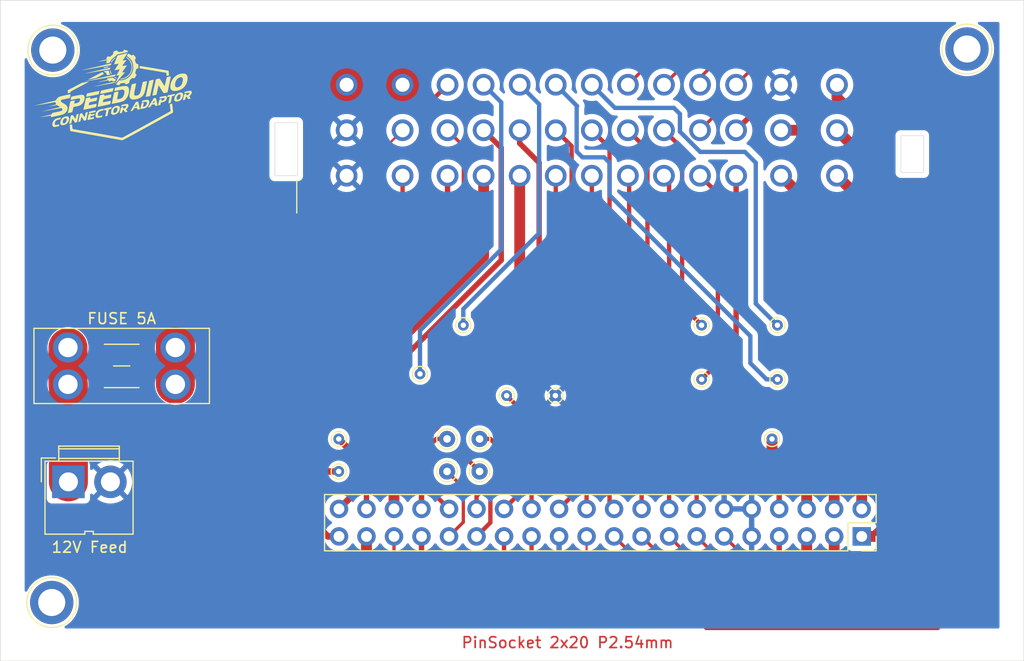
<source format=kicad_pcb>
(kicad_pcb (version 20240108) (generator "pcbnew") (generator_version "8.0")
  (layers (0 "F.Cu" signal) (31 "B.Cu" signal) (34 "B.Paste" user) (35 "F.Paste" user) (36 "B.SilkS" user "B.Silkscreen") (37 "F.SilkS" user "F.Silkscreen") (38 "B.Mask" user) (39 "F.Mask" user) (44 "Edge.Cuts" user))
  (net 0 "")
  (net 1 "VR+")
  (net 2 "VR-")
  (net 3 "INJ1")
  (net 4 "INJ2")
  (net 5 "INJ3")
  (net 6 "INJ5")
  (net 7 "INJ4")
  (net 8 "AFR")
  (net 9 "TPS")
  (net 10 "CLT")
  (net 11 "IAT")
  (net 12 "IGN3")
  (net 13 "IGN2")
  (net 14 "BOOST")
  (net 15 "IAC-")
  (net 16 "IAC+")
  (net 17 "IGN4")
  (net 18 "IGN1")
  (net 19 "IGN5")
  (net 20 "MAP")
  (net 21 "GND")
  (net 22 "5V+")
  (net 23 "FLEX")
  (net 24 "FAN")
  (net 25 "FUEL")
  (net 26 "TACHO")
  (net 27 "CLUTCH")
  (net 28 "ST2B")
  (net 29 "ST1A")
  (net 30 "ST2A")
  (net 31 "ST1B")
  (net 32 "CAM-")
  (net 33 "CAM+")
  (net 34 "INJ4/2")
  (net 35 "INJ1/2")
  (net 36 "INJ2/2")
  (net 37 "SPARE")
  (net 38 "12V+")
  (footprint "TestPoint:TestPoint_THTPad_D1.0mm_Drill0.5mm" (layer "F.Cu") (at 121.5 99)
    (property "Reference" "REF**" (hide yes))
    (property "Value" "TestPoint_THTPad_D1.0mm_Drill0.5mm" (hide yes))
    (fp_text user "INJ1" (at -18.3 13.2 0) (layer "F.Cu"))
    (pad "1" thru_hole circle (at 0 0) (size 1 1) (drill 0.5) (layers "*.Cu" "*.Mask") (net 35 "INJ1/2"))
  )
  (footprint "TestPoint:TestPoint_THTPad_D1.0mm_Drill0.5mm" (layer "F.Cu") (at 162 93.5)
    (property "Reference" "REF**" (hide yes))
    (property "Value" "TestPoint_THTPad_D1.0mm_Drill0.5mm" (hide yes))
    (pad "1" thru_hole circle (at 0 0) (size 1 1) (drill 0.5) (layers "*.Cu" "*.Mask") (net 37 "SPARE"))
  )
  (footprint "TestPoint:TestPoint_Loop_D3.80mm_Drill2.5mm" (layer "F.Cu") (at 95 114.1)
    (property "Reference" "REF**" (hide yes))
    (property "Value" "TestPoint_Loop_D3.80mm_Drill2.5mm" (hide yes))
    (pad "1" thru_hole circle (at 0 0) (size 4 4) (drill 2.5) (layers "*.Cu" "*.Mask"))
  )
  (footprint "Connector_PinSocket_2.54mm:PinSocket_2x20_P2.54mm_Vertical" (layer "F.Cu") (at 169.78 108 -90)
    (property "Reference" "REF**" (hide yes))
    (property "Value" "PinSocket 2x20 P2.54mm " (at 9.8 26.78 0) (layer "F.Cu"))
    (pad "1" thru_hole rect (at 0 0 270) (size 1.7 1.7) (drill 1) (layers "*.Cu" "*.Mask") (net 3 "INJ1"))
    (pad "2" thru_hole oval (at -2.54 0 270) (size 1.7 1.7) (drill 1) (layers "*.Cu" "*.Mask") (net 4 "INJ2"))
    (pad "3" thru_hole oval (at 0 2.54 270) (size 1.7 1.7) (drill 1) (layers "*.Cu" "*.Mask") (net 5 "INJ3"))
    (pad "4" thru_hole oval (at -2.54 2.54 270) (size 1.7 1.7) (drill 1) (layers "*.Cu" "*.Mask") (net 6 "INJ5"))
    (pad "5" thru_hole oval (at 0 5.08 270) (size 1.7 1.7) (drill 1) (layers "*.Cu" "*.Mask") (net 7 "INJ4"))
    (pad "6" thru_hole oval (at -2.54 5.08 270) (size 1.7 1.7) (drill 1) (layers "*.Cu" "*.Mask") (net 34 "INJ4/2"))
    (pad "7" thru_hole oval (at 0 7.62 270) (size 1.7 1.7) (drill 1) (layers "*.Cu" "*.Mask") (net 18 "IGN1"))
    (pad "8" thru_hole oval (at -2.54 7.62 270) (size 1.7 1.7) (drill 1) (layers "*.Cu" "*.Mask") (net 12 "IGN3"))
    (pad "9" thru_hole oval (at 0 10.16 270) (size 1.7 1.7) (drill 1) (layers "*.Cu" "*.Mask") (net 21 "GND"))
    (pad "10" thru_hole oval (at -2.54 10.16 270) (size 1.7 1.7) (drill 1) (layers "*.Cu" "*.Mask") (net 21 "GND"))
    (pad "11" thru_hole oval (at 0 12.7 270) (size 1.7 1.7) (drill 1) (layers "*.Cu" "*.Mask") (net 20 "MAP"))
    (pad "12" thru_hole oval (at -2.54 12.7 270) (size 1.7 1.7) (drill 1) (layers "*.Cu" "*.Mask") (net 21 "GND"))
    (pad "13" thru_hole oval (at 0 15.24 270) (size 1.7 1.7) (drill 1) (layers "*.Cu" "*.Mask") (net 22 "5V+"))
    (pad "14" thru_hole oval (at -2.54 15.24 270) (size 1.7 1.7) (drill 1) (layers "*.Cu" "*.Mask") (net 23 "FLEX"))
    (pad "15" thru_hole oval (at 0 17.78 270) (size 1.7 1.7) (drill 1) (layers "*.Cu" "*.Mask") (net 24 "FAN"))
    (pad "16" thru_hole oval (at -2.54 17.78 270) (size 1.7 1.7) (drill 1) (layers "*.Cu" "*.Mask") (net 25 "FUEL"))
    (pad "17" thru_hole oval (at 0 20.32 270) (size 1.7 1.7) (drill 1) (layers "*.Cu" "*.Mask") (net 26 "TACHO"))
    (pad "18" thru_hole oval (at -2.54 20.32 270) (size 1.7 1.7) (drill 1) (layers "*.Cu" "*.Mask") (net 27 "CLUTCH"))
    (pad "19" thru_hole oval (at 0 22.86 270) (size 1.7 1.7) (drill 1) (layers "*.Cu" "*.Mask") (net 10 "CLT"))
    (pad "20" thru_hole oval (at -2.54 22.86 270) (size 1.7 1.7) (drill 1) (layers "*.Cu" "*.Mask") (net 11 "IAT"))
    (pad "21" thru_hole oval (at 0 25.4 270) (size 1.7 1.7) (drill 1) (layers "*.Cu" "*.Mask") (net 8 "AFR"))
    (pad "22" thru_hole oval (at -2.54 25.4 270) (size 1.7 1.7) (drill 1) (layers "*.Cu" "*.Mask") (net 9 "TPS"))
    (pad "23" thru_hole oval (at 0 27.94 270) (size 1.7 1.7) (drill 1) (layers "*.Cu" "*.Mask") (net 21 "GND"))
    (pad "24" thru_hole oval (at -2.54 27.94 270) (size 1.7 1.7) (drill 1) (layers "*.Cu" "*.Mask") (net 33 "CAM+"))
    (pad "25" thru_hole oval (at 0 30.48 270) (size 1.7 1.7) (drill 1) (layers "*.Cu" "*.Mask") (net 1 "VR+"))
    (pad "26" thru_hole oval (at -2.54 30.48 270) (size 1.7 1.7) (drill 1) (layers "*.Cu" "*.Mask") (net 32 "CAM-"))
    (pad "27" thru_hole oval (at 0 33.02 270) (size 1.7 1.7) (drill 1) (layers "*.Cu" "*.Mask") (net 2 "VR-"))
    (pad "28" thru_hole oval (at -2.54 33.02 270) (size 1.7 1.7) (drill 1) (layers "*.Cu" "*.Mask") (net 22 "5V+"))
    (pad "29" thru_hole oval (at 0 35.56 270) (size 1.7 1.7) (drill 1) (layers "*.Cu" "*.Mask") (net 28 "ST2B"))
    (pad "30" thru_hole oval (at -2.54 35.56 270) (size 1.7 1.7) (drill 1) (layers "*.Cu" "*.Mask") (net 30 "ST2A"))
    (pad "31" thru_hole oval (at 0 38.1 270) (size 1.7 1.7) (drill 1) (layers "*.Cu" "*.Mask") (net 29 "ST1A"))
    (pad "32" thru_hole oval (at -2.54 38.1 270) (size 1.7 1.7) (drill 1) (layers "*.Cu" "*.Mask") (net 31 "ST1B"))
    (pad "33" thru_hole oval (at 0 40.64 270) (size 1.7 1.7) (drill 1) (layers "*.Cu" "*.Mask") (net 19 "IGN5"))
    (pad "34" thru_hole oval (at -2.54 40.64 270) (size 1.7 1.7) (drill 1) (layers "*.Cu" "*.Mask") (net 13 "IGN2"))
    (pad "35" thru_hole oval (at 0 43.18 270) (size 1.7 1.7) (drill 1) (layers "*.Cu" "*.Mask") (net 14 "BOOST"))
    (pad "36" thru_hole oval (at -2.54 43.18 270) (size 1.7 1.7) (drill 1) (layers "*.Cu" "*.Mask") (net 15 "IAC-"))
    (pad "37" thru_hole oval (at 0 45.72 270) (size 1.7 1.7) (drill 1) (layers "*.Cu" "*.Mask") (net 16 "IAC+"))
    (pad "38" thru_hole oval (at -2.54 45.72 270) (size 1.7 1.7) (drill 1) (layers "*.Cu" "*.Mask") (net 17 "IGN4"))
    (pad "39" thru_hole oval (at 0 48.26 270) (size 1.7 1.7) (drill 1) (layers "*.Cu" "*.Mask") (net 36 "INJ2/2"))
    (pad "40" thru_hole oval (at -2.54 48.26 270) (size 1.7 1.7) (drill 1) (layers "*.Cu" "*.Mask") (net 35 "INJ1/2"))
  )
  (footprint "TestPoint:TestPoint_Loop_D3.80mm_Drill2.5mm" (layer "F.Cu") (at 179.5 63)
    (property "Reference" "REF**" (hide yes))
    (property "Value" "TestPoint_Loop_D3.80mm_Drill2.5mm" (hide yes))
    (pad "1" thru_hole circle (at 0 0) (size 4 4) (drill 2.5) (layers "*.Cu" "*.Mask"))
  )
  (footprint "TestPoint:TestPoint_THTPad_D1.0mm_Drill0.5mm" (layer "F.Cu") (at 155 93.5)
    (property "Reference" "REF**" (hide yes))
    (property "Value" "TestPoint_THTPad_D1.0mm_Drill0.5mm" (hide yes))
    (fp_text user "C2" (at -1.4 1.7 0) (layer "F.Cu"))
    (pad "1" thru_hole circle (at 0 0) (size 1 1) (drill 0.5) (layers "*.Cu" "*.Mask") (net 37 "SPARE"))
  )
  (footprint "TestPoint:TestPoint_THTPad_D1.0mm_Drill0.5mm" (layer "F.Cu") (at 141.5 95)
    (property "Reference" "REF**" (hide yes))
    (property "Value" "TestPoint_THTPad_D1.0mm_Drill0.5mm" (hide yes))
    (fp_text user "GND" (at 0 -3 -90) (layer "F.Cu"))
    (pad "1" thru_hole circle (at 0 0) (size 1 1) (drill 0.5) (layers "*.Cu" "*.Mask") (net 21 "GND"))
  )
  (footprint "TestPoint:TestPoint_THTPad_D1.0mm_Drill0.5mm" (layer "F.Cu") (at 155 88.5)
    (property "Reference" "REF**" (hide yes))
    (property "Value" "TestPoint_THTPad_D1.0mm_Drill0.5mm" (hide yes))
    (fp_text user "B5" (at -1.6 1.8 0) (layer "F.Cu"))
    (pad "1" thru_hole circle (at 0 0) (size 1 1) (drill 0.5) (layers "*.Cu" "*.Mask") (net 37 "SPARE"))
  )
  (footprint "TestPoint:TestPoint_THTPad_D1.5mm_Drill0.7mm" (layer "F.Cu") (at 131.5 102)
    (property "Reference" "REF**" (hide yes))
    (property "Value" "TestPoint_THTPad_D1.5mm_Drill0.7mm" (hide yes))
    (pad "1" thru_hole circle (at 0 0) (size 1.5 1.5) (drill 0.7) (layers "*.Cu" "*.Mask") (net 29 "ST1A"))
  )
  (footprint "TestPoint:TestPoint_THTPad_D1.0mm_Drill0.5mm" (layer "F.Cu") (at 137 95)
    (property "Reference" "REF**" (hide yes))
    (property "Value" "TestPoint_THTPad_D1.0mm_Drill0.5mm" (hide yes))
    (fp_text user "5V" (at 0.7 -1.8 0) (layer "F.Cu"))
    (pad "1" thru_hole circle (at 0 0) (size 1 1) (drill 0.5) (layers "*.Cu" "*.Mask") (net 22 "5V+"))
  )
  (footprint "TestPoint:TestPoint_THTPad_D1.0mm_Drill0.5mm" (layer "F.Cu") (at 161.5 99)
    (property "Reference" "REF**" (hide yes))
    (property "Value" "TestPoint_THTPad_D1.0mm_Drill0.5mm" (hide yes))
    (fp_text user "INJ4" (at 0 -2.1 0) (layer "F.Cu"))
    (pad "1" thru_hole circle (at 0 0) (size 1 1) (drill 0.5) (layers "*.Cu" "*.Mask") (net 34 "INJ4/2"))
  )
  (footprint "Fuse:Fuseholder_Blade_Mini_Keystone_3568" (layer "F.Cu") (at 96.5 90.56)
    (property "Reference" "FUSE 5A" (at 4.96 -2.67 0) (layer "F.SilkS"))
    (property "Value" "Mini Blade 3568" (at 14.4 1.14 90) (layer "F.Cu"))
    (pad "1" thru_hole circle (at 0 0) (size 2.78 2.78) (drill 1.78) (layers "*.Cu" "*.Mask") (net 38 "12V+"))
    (pad "1" thru_hole circle (at 0 3.4) (size 2.78 2.78) (drill 1.78) (layers "*.Cu" "*.Mask") (net 38 "12V+"))
    (pad "2" thru_hole circle (at 9.92 0) (size 2.78 2.78) (drill 1.78) (layers "*.Cu" "*.Mask") (net 38 "12V+"))
    (pad "2" thru_hole circle (at 9.92 3.4) (size 2.78 2.78) (drill 1.78) (layers "*.Cu" "*.Mask") (net 38 "12V+"))
  )
  (footprint "TestPoint:TestPoint_THTPad_D1.5mm_Drill0.7mm" (layer "F.Cu") (at 131.5 99)
    (property "Reference" "REF**" (hide yes))
    (property "Value" "TestPoint_THTPad_D1.5mm_Drill0.7mm" (hide yes))
    (pad "1" thru_hole circle (at 0 0) (size 1.5 1.5) (drill 0.7) (layers "*.Cu" "*.Mask") (net 31 "ST1B"))
  )
  (footprint "TestPoint:TestPoint_THTPad_D1.5mm_Drill0.7mm" (layer "F.Cu") (at 134.5 102)
    (property "Reference" "REF**" (hide yes))
    (property "Value" "TestPoint_THTPad_D1.5mm_Drill0.7mm" (hide yes))
    (pad "1" thru_hole circle (at 0 0) (size 1.5 1.5) (drill 0.7) (layers "*.Cu" "*.Mask") (net 28 "ST2B"))
  )
  (footprint "TestPoint:TestPoint_THTPad_D1.0mm_Drill0.5mm" (layer "F.Cu") (at 133 88.5)
    (property "Reference" "REF**" (hide yes))
    (property "Value" "TestPoint_THTPad_D1.0mm_Drill0.5mm" (hide yes))
    (fp_text user "A9" (at 2.7 -1.4 0) (layer "F.Cu"))
    (pad "1" thru_hole circle (at 0 0) (size 1 1) (drill 0.5) (layers "*.Cu" "*.Mask") (net 37 "SPARE"))
  )
  (footprint "TestPoint:TestPoint_Loop_D3.80mm_Drill2.5mm" (layer "F.Cu") (at 95.1 63.1)
    (property "Reference" "REF**" (hide yes))
    (property "Value" "TestPoint_Loop_D3.80mm_Drill2.5mm" (hide yes))
    (pad "1" thru_hole circle (at 0 0) (size 4 4) (drill 2.5) (layers "*.Cu" "*.Mask"))
  )
  (footprint "TestPoint:TestPoint_THTPad_D1.0mm_Drill0.5mm" (layer "F.Cu") (at 129 93)
    (property "Reference" "REF**" (hide yes))
    (property "Value" "TestPoint_THTPad_D1.0mm_Drill0.5mm" (hide yes))
    (fp_text user "A10" (at 2.4 -1.1 0) (layer "F.Cu"))
    (pad "1" thru_hole circle (at 0 0) (size 1 1) (drill 0.5) (layers "*.Cu" "*.Mask") (net 37 "SPARE"))
  )
  (footprint "Custom_Library:Delphi_Sicma_39_Black" (layer "F.Cu") (at 154.009 82.2)
    (property "Reference" "REF**" (hide yes))
    (property "Value" "Delphi 39 pin SICMA / FCI" (at -21.609 -19.5 0) (layer "F.Cu"))
    (pad "A1" thru_hole circle (at 13.491 -15.9) (size 2 2) (drill 1.3) (layers "*.Cu" "*.Mask") (net 7 "INJ4"))
    (pad "A2" thru_hole circle (at 8.325 -15.9) (size 2 2) (drill 1.3) (layers "*.Cu" "*.Mask") (net 21 "GND"))
    (pad "A3" thru_hole circle (at 4.175 -15.9) (size 2 2) (drill 1.3) (layers "*.Cu" "*.Mask") (net 20 "MAP"))
    (pad "A4" thru_hole circle (at 0.845 -15.9) (size 2 2) (drill 1.3) (layers "*.Cu" "*.Mask") (net 24 "FAN"))
    (pad "A5" thru_hole circle (at -2.485 -15.9) (size 2 2) (drill 1.3) (layers "*.Cu" "*.Mask") (net 26 "TACHO"))
    (pad "A6" thru_hole circle (at -5.815 -15.9) (size 2 2) (drill 1.3) (layers "*.Cu" "*.Mask") (net 10 "CLT"))
    (pad "A7" thru_hole circle (at -9.145 -15.9) (size 2 2) (drill 1.3) (layers "*.Cu" "*.Mask") (net 37 "SPARE"))
    (pad "A8" thru_hole circle (at -12.475 -15.9) (size 2 2) (drill 1.3) (layers "*.Cu" "*.Mask") (net 37 "SPARE"))
    (pad "A9" thru_hole circle (at -15.805 -15.9) (size 2 2) (drill 1.3) (layers "*.Cu" "*.Mask") (net 37 "SPARE"))
    (pad "A10" thru_hole circle (at -19.135 -15.9) (size 2 2) (drill 1.3) (layers "*.Cu" "*.Mask") (net 37 "SPARE"))
    (pad "A11" thru_hole circle (at -22.465 -15.9) (size 2 2) (drill 1.3) (layers "*.Cu" "*.Mask") (net 2 "VR-"))
    (pad "A12" thru_hole circle (at -26.615 -15.9) (size 2 2) (drill 1.3) (layers "*.Cu" "*.Mask") (net 38 "12V+"))
    (pad "A13" thru_hole circle (at -31.781 -15.9) (size 2 2) (drill 1.3) (layers "*.Cu" "*.Mask") (net 38 "12V+"))
    (pad "B1" thru_hole circle (at 13.491 -11.7) (size 2 2) (drill 1.3) (layers "*.Cu" "*.Mask") (net 5 "INJ3"))
    (pad "B2" thru_hole circle (at 8.325 -11.7) (size 2 2) (drill 1.3) (layers "*.Cu" "*.Mask") (net 4 "INJ2"))
    (pad "B3" thru_hole circle (at 4.175 -11.7) (size 2 2) (drill 1.3) (layers "*.Cu" "*.Mask") (net 18 "IGN1"))
    (pad "B4" thru_hole circle (at 0.845 -11.7) (size 2 2) (drill 1.3) (layers "*.Cu" "*.Mask") (net 22 "5V+"))
    (pad "B5" thru_hole circle (at -2.485 -11.7) (size 2 2) (drill 1.3) (layers "*.Cu" "*.Mask") (net 37 "SPARE"))
    (pad "B6" thru_hole circle (at -5.815 -11.7) (size 2 2) (drill 1.3) (layers "*.Cu" "*.Mask") (net 25 "FUEL"))
    (pad "B7" thru_hole circle (at -9.145 -11.7) (size 2 2) (drill 1.3) (layers "*.Cu" "*.Mask") (net 11 "IAT"))
    (pad "B8" thru_hole circle (at -12.475 -11.7) (size 2 2) (drill 1.3) (layers "*.Cu" "*.Mask") (net 33 "CAM+"))
    (pad "B9" thru_hole circle (at -15.805 -11.7) (size 2 2) (drill 1.3) (layers "*.Cu" "*.Mask") (net 13 "IGN2"))
    (pad "B10" thru_hole circle (at -19.135 -11.7) (size 2 2) (drill 1.3) (layers "*.Cu" "*.Mask") (net 17 "IGN4"))
    (pad "B11" thru_hole circle (at -22.465 -11.7) (size 2 2) (drill 1.3) (layers "*.Cu" "*.Mask") (net 14 "BOOST"))
    (pad "B12" thru_hole circle (at -26.615 -11.7) (size 2 2) (drill 1.3) (layers "*.Cu" "*.Mask") (net 8 "AFR"))
    (pad "B13" thru_hole circle (at -31.781 -11.7) (size 2 2) (drill 1.3) (layers "*.Cu" "*.Mask") (net 21 "GND"))
    (pad "C1" thru_hole circle (at 13.491 -7.5) (size 2 2) (drill 1.3) (layers "*.Cu" "*.Mask") (net 3 "INJ1"))
    (pad "C2" thru_hole circle (at 8.325 -7.5) (size 2 2) (drill 1.3) (layers "*.Cu" "*.Mask") (net 6 "INJ5"))
    (pad "C3" thru_hole circle (at 4.175 -7.5) (size 2 2) (drill 1.3) (layers "*.Cu" "*.Mask") (net 12 "IGN3"))
    (pad "C4" thru_hole circle (at 0.845 -7.5) (size 2 2) (drill 1.3) (layers "*.Cu" "*.Mask") (net 37 "SPARE"))
    (pad "C5" thru_hole circle (at -2.485 -7.5) (size 2 2) (drill 1.3) (layers "*.Cu" "*.Mask") (net 23 "FLEX"))
    (pad "C6" thru_hole circle (at -5.815 -7.5) (size 2 2) (drill 1.3) (layers "*.Cu" "*.Mask") (net 27 "CLUTCH"))
    (pad "C7" thru_hole circle (at -9.145 -7.5) (size 2 2) (drill 1.3) (layers "*.Cu" "*.Mask") (net 9 "TPS"))
    (pad "C8" thru_hole circle (at -12.475 -7.5) (size 2 2) (drill 1.3) (layers "*.Cu" "*.Mask") (net 32 "CAM-"))
    (pad "C9" thru_hole circle (at -15.805 -7.5) (size 2 2) (drill 1.3) (layers "*.Cu" "*.Mask") (net 15 "IAC-"))
    (pad "C10" thru_hole circle (at -19.135 -7.5) (size 2 2) (drill 1.3) (layers "*.Cu" "*.Mask") (net 16 "IAC+"))
    (pad "C11" thru_hole circle (at -22.465 -7.5) (size 2 2) (drill 1.3) (layers "*.Cu" "*.Mask") (net 19 "IGN5"))
    (pad "C12" thru_hole circle (at -26.615 -7.5) (size 2 2) (drill 1.3) (layers "*.Cu" "*.Mask") (net 1 "VR+"))
    (pad "C13" thru_hole circle (at -31.781 -7.5) (size 2 2) (drill 1.3) (layers "*.Cu" "*.Mask") (net 21 "GND"))
  )
  (footprint "TestPoint:TestPoint_THTPad_D1.0mm_Drill0.5mm" (layer "F.Cu") (at 162 88.5)
    (property "Reference" "REF**" (hide yes))
    (property "Value" "TestPoint_THTPad_D1.0mm_Drill0.5mm" (hide yes))
    (pad "1" thru_hole circle (at 0 0) (size 1 1) (drill 0.5) (layers "*.Cu" "*.Mask") (net 37 "SPARE"))
  )
  (footprint "Custom_Library:logo_sml" (layer "F.Cu") (at 100.6 67.2)
    (property "Reference" "G***" (hide yes))
    (property "Value" "LOGO" (hide yes))
  )
  (footprint "TestPoint:TestPoint_THTPad_D1.5mm_Drill0.7mm" (layer "F.Cu") (at 134.5 99)
    (property "Reference" "REF**" (hide yes))
    (property "Value" "TestPoint_THTPad_D1.5mm_Drill0.7mm" (hide yes))
    (pad "1" thru_hole circle (at 0 0) (size 1.5 1.5) (drill 0.7) (layers "*.Cu" "*.Mask") (net 30 "ST2A"))
  )
  (footprint "TestPoint:TestPoint_THTPad_D1.0mm_Drill0.5mm" (layer "F.Cu") (at 121.5 102)
    (property "Reference" "REF**" (hide yes))
    (property "Value" "TestPoint_THTPad_D1.0mm_Drill0.5mm" (hide yes))
    (fp_text user "INJ2" (at -18.4 13.1 0) (layer "F.Cu"))
    (pad "1" thru_hole circle (at 0 0) (size 1 1) (drill 0.5) (layers "*.Cu" "*.Mask") (net 36 "INJ2/2"))
  )
  (footprint "Connector:JWT_A3963_1x02_P3.96mm_Vertical" (layer "F.Cu") (at 96.54 102.96)
    (property "Reference" "12V Feed" (at 1.96 6.04 0) (layer "F.SilkS"))
    (property "Value" "12v FEED" (hide yes))
    (pad "1" thru_hole rect (at 0 0) (size 3 3) (drill 1.75) (layers "*.Cu" "*.Mask") (net 38 "12V+"))
    (pad "2" thru_hole circle (at 3.88 0) (size 3 3) (drill 1.75) (layers "*.Cu" "*.Mask") (net 21 "GND"))
  )
  (gr_line (start 107.8 110.3) (end 107.8 110.7) (stroke (width 0.2)) (layer "F.Cu"))
  (gr_line (start 111.3 101.3) (end 110.5 100.8) (stroke (width 0.2)) (layer "F.Cu"))
  (gr_line (start 111.3 101.3) (end 110.6 101.8) (stroke (width 0.2)) (layer "F.Cu"))
  (gr_line (start 113.3 110.8) (end 113.3 111.6) (stroke (width 0.2)) (layer "F.Cu"))
  (gr_line (start 101.1 110.8) (end 113.3 110.8) (stroke (width 0.2)) (layer "F.Cu"))
  (gr_line (start 101.1 112.1) (end 101.1 110.8) (stroke (width 0.2)) (layer "F.Cu"))
  (gr_line (start 107.8 101.3) (end 111.3 101.3) (stroke (width 0.2)) (layer "F.Cu"))
  (gr_line (start 107.8 110.3) (end 107.8 101.3) (stroke (width 0.2)) (layer "F.Cu"))
  (gr_rect (start 115.6 69.8) (end 117.7 74.7) (stroke (width 0.05)) (fill none) (layer "Edge.Cuts"))
  (gr_rect (start 173.4 71) (end 175.5 74.4) (stroke (width 0.05)) (fill none) (layer "Edge.Cuts"))
  (gr_rect (start 90.25 58.5) (end 184.75 119.5) (stroke (width 0.05)) (fill none) (layer "Edge.Cuts"))
  (gr_text "12V+" (at 93.5 107 0) (layer "F.Cu") (effects (font (size 1.5 1.5) (thickness 0.3) (bold yes)) (justify left bottom)))
  (gr_text " A8" (at 161.8 91.3 0) (layer "F.Cu") (effects (font (size 1 1))))
  (gr_text " A7\n" (at 162.3 86.3 0) (layer "F.Cu") (effects (font (size 1 1))))
  (gr_text "GND\n" (at 99.9 107 0) (layer "F.Cu") (effects (font (size 1.5 1.5) (thickness 0.3) (bold yes)) (justify left bottom)))
  (gr_text "1B 2A\n1A 2B\n" (at 106.2 113.8 0) (layer "F.Cu") (effects (font (size 1.5 1.5) (thickness 0.3) (bold yes)) (justify left)))
  (segment (start 136.5 114.5) (end 119 114.5) (width 0.4) (layer "F.Cu") (net 1))
  (segment (start 119 114.5) (end 113.5 109) (width 0.4) (layer "F.Cu") (net 1))
  (segment (start 139.3 108) (end 139.3 111.7) (width 0.4) (layer "F.Cu") (net 1))
  (segment (start 139.3 111.7) (end 136.5 114.5) (width 0.4) (layer "F.Cu") (net 1))
  (segment (start 113.5 109) (end 113.5 97) (width 0.4) (layer "F.Cu") (net 1))
  (segment (start 113.5 97) (end 127.394 83.106) (width 0.4) (layer "F.Cu") (net 1))
  (segment (start 127.394 83.106) (end 127.394 74.7) (width 0.4) (layer "F.Cu") (net 1))
  (segment (start 115 109) (end 119.5 113.5) (width 0.4) (layer "F.Cu") (net 2))
  (segment (start 136.76 112.24) (end 136.76 108) (width 0.4) (layer "F.Cu") (net 2))
  (segment (start 135.52 113.5) (end 135.52 113.48) (width 0.4) (layer "F.Cu") (net 2))
  (segment (start 135.52 113.48) (end 136.76 112.24) (width 0.4) (layer "F.Cu") (net 2))
  (segment (start 115 97.5) (end 115 109) (width 0.4) (layer "F.Cu") (net 2))
  (segment (start 131.544 66.3) (end 129.5 68.344) (width 0.4) (layer "F.Cu") (net 2))
  (segment (start 129.5 68.344) (end 129.5 83) (width 0.4) (layer "F.Cu") (net 2))
  (segment (start 119.5 113.5) (end 135.52 113.5) (width 0.4) (layer "F.Cu") (net 2))
  (segment (start 129.5 83) (end 115 97.5) (width 0.4) (layer "F.Cu") (net 2))
  (segment (start 171 108) (end 172.5 106.5) (width 1) (layer "F.Cu") (net 3))
  (segment (start 169 76.2) (end 167.5 74.7) (width 1) (layer "F.Cu") (net 3))
  (segment (start 169 100.197056) (end 169 76.2) (width 1) (layer "F.Cu") (net 3))
  (segment (start 172.5 103.697056) (end 169 100.197056) (width 1) (layer "F.Cu") (net 3))
  (segment (start 172.5 106.5) (end 172.5 103.697056) (width 1) (layer "F.Cu") (net 3))
  (segment (start 169.78 108) (end 171 108) (width 1) (layer "F.Cu") (net 3))
  (segment (start 164.5 71) (end 164 70.5) (width 1) (layer "F.Cu") (net 4))
  (segment (start 169.78 103.28) (end 167 100.5) (width 1) (layer "F.Cu") (net 4))
  (segment (start 167 77.5) (end 164.5 75) (width 1) (layer "F.Cu") (net 4))
  (segment (start 167 100.5) (end 167 77.5) (width 1) (layer "F.Cu") (net 4))
  (segment (start 164 70.5) (end 162.334 70.5) (width 1) (layer "F.Cu") (net 4))
  (segment (start 169.78 105.46) (end 169.78 103.28) (width 1) (layer "F.Cu") (net 4))
  (segment (start 164.5 75) (end 164.5 71) (width 1) (layer "F.Cu") (net 4))
  (segment (start 167.24 109.74) (end 168 110.5) (width 1) (layer "F.Cu") (net 5))
  (segment (start 173 110.5) (end 174.5 109) (width 1) (layer "F.Cu") (net 5))
  (segment (start 171.5 101) (end 171.5 81) (width 1) (layer "F.Cu") (net 5))
  (segment (start 171.5 81) (end 171 80.5) (width 1) (layer "F.Cu") (net 5))
  (segment (start 174.5 104) (end 171.5 101) (width 1) (layer "F.Cu") (net 5))
  (segment (start 171 80.5) (end 171 74) (width 1) (layer "F.Cu") (net 5))
  (segment (start 171 74) (end 167.5 70.5) (width 1) (layer "F.Cu") (net 5))
  (segment (start 168 110.5) (end 173 110.5) (width 1) (layer "F.Cu") (net 5))
  (segment (start 167.24 108) (end 167.24 109.74) (width 1) (layer "F.Cu") (net 5))
  (segment (start 174.5 109) (end 174.5 104) (width 1) (layer "F.Cu") (net 5))
  (segment (start 165 100.5) (end 165 77.366) (width 1) (layer "F.Cu") (net 6))
  (segment (start 165 77.366) (end 162.334 74.7) (width 1) (layer "F.Cu") (net 6))
  (segment (start 167.24 105.46) (end 167.24 103.24) (width 0.2) (layer "F.Cu") (net 6))
  (segment (start 167.24 105.46) (end 167.24 102.74) (width 1) (layer "F.Cu") (net 6))
  (segment (start 167.24 102.74) (end 165 100.5) (width 1) (layer "F.Cu") (net 6))
  (segment (start 166.5 112) (end 174 112) (width 1) (layer "F.Cu") (net 7))
  (segment (start 176.5 103) (end 174 100.5) (width 1) (layer "F.Cu") (net 7))
  (segment (start 174 112) (end 176.5 109.5) (width 1) (layer "F.Cu") (net 7))
  (segment (start 167.5 67.5) (end 167.5 66.3) (width 1) (layer "F.Cu") (net 7))
  (segment (start 174 80.5) (end 172.4 78.9) (width 1) (layer "F.Cu") (net 7))
  (segment (start 176.5 109.5) (end 176.5 103) (width 1) (layer "F.Cu") (net 7))
  (segment (start 174 100.5) (end 174 80.5) (width 1) (layer "F.Cu") (net 7))
  (segment (start 172.4 72.4) (end 167.5 67.5) (width 1) (layer "F.Cu") (net 7))
  (segment (start 172.4 78.9) (end 172.4 72.4) (width 1) (layer "F.Cu") (net 7))
  (segment (start 164.7 110.2) (end 166.5 112) (width 1) (layer "F.Cu") (net 7))
  (segment (start 164.7 108) (end 164.7 110.2) (width 1) (layer "F.Cu") (net 7))
  (segment (start 144.37 113.88) (end 142.75 115.5) (width 0.2) (layer "F.Cu") (net 8))
  (segment (start 144.38 108) (end 144.38 113.88) (width 0.2) (layer "F.Cu") (net 8))
  (segment (start 144.38 113.88) (end 144.37 113.88) (width 0.2) (layer "F.Cu") (net 8))
  (segment (start 125 84) (end 125 72.894) (width 0.2) (layer "F.Cu") (net 8))
  (segment (start 125 72.894) (end 127.394 70.5) (width 0.2) (layer "F.Cu") (net 8))
  (segment (start 142.75 115.5) (end 119.161141 115.5) (width 0.2) (layer "F.Cu") (net 8))
  (segment (start 119.161141 115.5) (end 112.8 109.138859) (width 0.2) (layer "F.Cu") (net 8))
  (segment (start 112.8 109.138859) (end 112.8 96.2) (width 0.2) (layer "F.Cu") (net 8))
  (segment (start 112.8 96.2) (end 125 84) (width 0.2) (layer "F.Cu") (net 8))
  (segment (start 144.864 100.636) (end 144.864 74.7) (width 0.4) (layer "F.Cu") (net 9))
  (segment (start 144.38 105.46) (end 144.38 101.12) (width 0.4) (layer "F.Cu") (net 9))
  (segment (start 144.38 101.12) (end 144.864 100.636) (width 0.4) (layer "F.Cu") (net 9))
  (segment (start 148.194 66.3) (end 152.994 61.5) (width 0.3) (layer "F.Cu") (net 10))
  (segment (start 182 111.318198) (end 176.818198 116.5) (width 0.3) (layer "F.Cu") (net 10))
  (segment (start 152.994 61.5) (end 173.5 61.5) (width 0.3) (layer "F.Cu") (net 10))
  (segment (start 182 100) (end 182 111.318198) (width 0.3) (layer "F.Cu") (net 10))
  (segment (start 173.5 61.5) (end 181 69) (width 0.3) (layer "F.Cu") (net 10))
  (segment (start 181 69) (end 181 99) (width 0.3) (layer "F.Cu") (net 10))
  (segment (start 176.818198 116.5) (end 155.42 116.5) (width 0.3) (layer "F.Cu") (net 10))
  (segment (start 155.42 116.5) (end 146.92 108) (width 0.3) (layer "F.Cu") (net 10))
  (segment (start 181 99) (end 182 100) (width 0.3) (layer "F.Cu") (net 10))
  (segment (start 146.92 105.46) (end 146.5 105.04) (width 0.2) (layer "F.Cu") (net 11))
  (segment (start 146.5 105.04) (end 146.5 72.136) (width 0.4) (layer "F.Cu") (net 11))
  (segment (start 146.5 72.136) (end 144.864 70.5) (width 0.4) (layer "F.Cu") (net 11))
  (segment (start 158.184 74.7) (end 158.184 99.184) (width 0.5) (layer "F.Cu") (net 12))
  (segment (start 158.184 99.184) (end 162.16 103.16) (width 0.5) (layer "F.Cu") (net 12))
  (segment (start 162.16 103.16) (end 162.16 105.46) (width 0.5) (layer "F.Cu") (net 12))
  (segment (start 129.14 99.36) (end 129.14 105.46) (width 0.5) (layer "F.Cu") (net 13))
  (segment (start 140 73.5) (end 140 88.5) (width 0.5) (layer "F.Cu") (net 13))
  (segment (start 140 88.5) (end 129.14 99.36) (width 0.5) (layer "F.Cu") (net 13))
  (segment (start 138.204 70.5) (end 138.204 71.704) (width 0.5) (layer "F.Cu") (net 13))
  (segment (start 138.204 71.704) (end 140 73.5) (width 0.5) (layer "F.Cu") (net 13))
  (segment (start 131.544 70.5) (end 133 71.956) (width 0.3) (layer "F.Cu") (net 14))
  (segment (start 124.55 111.5) (end 126.6 109.45) (width 0.3) (layer "F.Cu") (net 14))
  (segment (start 117 108.565686) (end 119.934314 111.5) (width 0.3) (layer "F.Cu") (net 14))
  (segment (start 119.934314 111.5) (end 124.55 111.5) (width 0.3) (layer "F.Cu") (net 14))
  (segment (start 133 82.5) (end 117 98.5) (width 0.3) (layer "F.Cu") (net 14))
  (segment (start 117 98.5) (end 117 108.565686) (width 0.3) (layer "F.Cu") (net 14))
  (segment (start 133 71.956) (end 133 82.5) (width 0.3) (layer "F.Cu") (net 14))
  (segment (start 126.6 109.45) (end 126.6 108) (width 0.3) (layer "F.Cu") (net 14))
  (segment (start 138.204 88.296) (end 126.6 99.9) (width 1) (layer "F.Cu") (net 15))
  (segment (start 126.6 99.9) (end 126.6 105.46) (width 1) (layer "F.Cu") (net 15))
  (segment (start 138.204 74.7) (end 138.204 88.296) (width 1) (layer "F.Cu") (net 15))
  (segment (start 137.5 75.404) (end 138.204 74.7) (width 0.2) (layer "F.Cu") (net 15))
  (segment (start 123 110.5) (end 124.06 109.44) (width 1) (layer "F.Cu") (net 16))
  (segment (start 134.874 82.126) (end 118 99) (width 1) (layer "F.Cu") (net 16))
  (segment (start 134.874 82.126) (end 134.874 74.7) (width 1) (layer "F.Cu") (net 16))
  (segment (start 120.5 110.5) (end 123 110.5) (width 1) (layer "F.Cu") (net 16))
  (segment (start 118 99) (end 118 108) (width 1) (layer "F.Cu") (net 16))
  (segment (start 124.06 109.44) (end 124.06 108) (width 1) (layer "F.Cu") (net 16))
  (segment (start 118 108) (end 120.5 110.5) (width 1) (layer "F.Cu") (net 16))
  (segment (start 136.5 82.5) (end 124.06 94.94) (width 0.5) (layer "F.Cu") (net 17))
  (segment (start 124.06 94.94) (end 124.06 105.46) (width 0.5) (layer "F.Cu") (net 17))
  (segment (start 134.874 70.5) (end 136.5 72.126) (width 0.5) (layer "F.Cu") (net 17))
  (segment (start 136.5 72.126) (end 136.5 82.5) (width 0.5) (layer "F.Cu") (net 17))
  (segment (start 177.95 110.05) (end 174.55 113.45) (width 0.5) (layer "F.Cu") (net 18))
  (segment (start 176.361091 70.638909) (end 176.361091 99.861091) (width 0.5) (layer "F.Cu") (net 18))
  (segment (start 160.5 68.184) (end 160.5 65) (width 0.5) (layer "F.Cu") (net 18))
  (segment (start 160.5 65) (end 161 64.5) (width 0.5) (layer "F.Cu") (net 18))
  (segment (start 174.55 113.45) (end 165.45 113.45) (width 0.5) (layer "F.Cu") (net 18))
  (segment (start 176.361091 99.861091) (end 177.95 101.45) (width 0.5) (layer "F.Cu") (net 18))
  (segment (start 170.222182 64.5) (end 176.361091 70.638909) (width 0.5) (layer "F.Cu") (net 18))
  (segment (start 162.16 110.16) (end 162.16 108) (width 0.5) (layer "F.Cu") (net 18))
  (segment (start 158.184 70.5) (end 160.5 68.184) (width 0.5) (layer "F.Cu") (net 18))
  (segment (start 161 64.5) (end 170.222182 64.5) (width 0.5) (layer "F.Cu") (net 18))
  (segment (start 177.95 101.45) (end 177.95 110.05) (width 0.5) (layer "F.Cu") (net 18))
  (segment (start 165.45 113.45) (end 162.16 110.16) (width 0.5) (layer "F.Cu") (net 18))
  (segment (start 127.5 112.5) (end 129.14 110.86) (width 0.5) (layer "F.Cu") (net 19))
  (segment (start 129.14 110.86) (end 129.14 108) (width 0.5) (layer "F.Cu") (net 19))
  (segment (start 131.544 82.456) (end 116 98) (width 0.5) (layer "F.Cu") (net 19))
  (segment (start 119.75 112.5) (end 127.5 112.5) (width 0.5) (layer "F.Cu") (net 19))
  (segment (start 116 108.75) (end 119.75 112.5) (width 0.5) (layer "F.Cu") (net 19))
  (segment (start 116 98) (end 116 108.75) (width 0.5) (layer "F.Cu") (net 19))
  (segment (start 131.544 74.7) (end 131.544 82.456) (width 0.5) (layer "F.Cu") (net 19))
  (segment (start 160.984 63.5) (end 158.184 66.3) (width 0.3) (layer "F.Cu") (net 20))
  (segment (start 163.58 114.5) (end 175.5 114.5) (width 0.3) (layer "F.Cu") (net 20))
  (segment (start 171.5 63.5) (end 160.984 63.5) (width 0.3) (layer "F.Cu") (net 20))
  (segment (start 157.08 108) (end 163.58 114.5) (width 0.3) (layer "F.Cu") (net 20))
  (segment (start 175.5 114.5) (end 179.157826 110.842174) (width 0.3) (layer "F.Cu") (net 20))
  (segment (start 179.157826 110.842174) (end 179.157826 101.157826) (width 0.3) (layer "F.Cu") (net 20))
  (segment (start 178.417582 70.417582) (end 171.5 63.5) (width 0.3) (layer "F.Cu") (net 20))
  (segment (start 179.157826 101.157826) (end 178.417582 100.417582) (width 0.3) (layer "F.Cu") (net 20))
  (segment (start 178.417582 100.417582) (end 178.417582 70.417582) (width 0.3) (layer "F.Cu") (net 20))
  (segment (start 156.7 112.8) (end 159.62 109.88) (width 0.2) (layer "B.Cu") (net 21))
  (segment (start 108.5 109.985585) (end 108.5 109) (width 0.2) (layer "B.Cu") (net 21))
  (segment (start 141.84 110.34) (end 144.3 112.8) (width 0.2) (layer "B.Cu") (net 21))
  (segment (start 144.3 112.8) (end 156.7 112.8) (width 0.2) (layer "B.Cu") (net 21))
  (segment (start 159.62 109.88) (end 159.62 108) (width 0.2) (layer "B.Cu") (net 21))
  (segment (start 157.08 105.46) (end 159.62 105.46) (width 0.2) (layer "B.Cu") (net 21))
  (segment (start 159.62 105.46) (end 159.62 108) (width 0.2) (layer "B.Cu") (net 21))
  (segment (start 141.84 108) (end 141.84 110.34) (width 0.2) (layer "B.Cu") (net 21))
  (segment (start 179 70) (end 172 63) (width 0.3) (layer "F.Cu") (net 22))
  (segment (start 137 95) (end 138 96) (width 0.4) (layer "F.Cu") (net 22))
  (segment (start 159 63) (end 156.5 65.5) (width 0.3) (layer "F.Cu") (net 22))
  (segment (start 180 101) (end 179 100) (width 0.3) (layer "F.Cu") (net 22))
  (segment (start 172 63) (end 159 63) (width 0.3) (layer "F.Cu") (net 22))
  (segment (start 138 96) (end 138 104.22) (width 0.4) (layer "F.Cu") (net 22))
  (segment (start 179 100) (end 179 70) (width 0.3) (layer "F.Cu") (net 22))
  (segment (start 161.54 115) (end 176.085788 115) (width 0.3) (layer "F.Cu") (net 22))
  (segment (start 156.5 68.854) (end 154.854 70.5) (width 0.3) (layer "F.Cu") (net 22))
  (segment (start 180 111.085788) (end 180 101) (width 0.3) (layer "F.Cu") (net 22))
  (segment (start 176.085788 115) (end 180 111.085788) (width 0.3) (layer "F.Cu") (net 22))
  (segment (start 154.54 108) (end 161.54 115) (width 0.3) (layer "F.Cu") (net 22))
  (segment (start 156.5 65.5) (end 156.5 68.854) (width 0.3) (layer "F.Cu") (net 22))
  (segment (start 138 104.22) (end 136.76 105.46) (width 0.4) (layer "F.Cu") (net 22))
  (segment (start 154.54 99.04) (end 154.54 105.46) (width 0.4) (layer "F.Cu") (net 23))
  (segment (start 152 75.176) (end 152 96.5) (width 0.4) (layer "F.Cu") (net 23))
  (segment (start 151.524 74.7) (end 152 75.176) (width 0.2) (layer "F.Cu") (net 23))
  (segment (start 152 96.5) (end 154.54 99.04) (width 0.4) (layer "F.Cu") (net 23))
  (segment (start 158 62.5) (end 154.854 65.646) (width 0.3) (layer "F.Cu") (net 24))
  (segment (start 176.292894 115.5) (end 180.5 111.292894) (width 0.3) (layer "F.Cu") (net 24))
  (segment (start 152 108) (end 159.5 115.5) (width 0.3) (layer "F.Cu") (net 24))
  (segment (start 179.5 99.467157) (end 179.5 69.5) (width 0.3) (layer "F.Cu") (net 24))
  (segment (start 154.854 65.646) (end 154.854 66.3) (width 0.2) (layer "F.Cu") (net 24))
  (segment (start 159.5 115.5) (end 176.292894 115.5) (width 0.3) (layer "F.Cu") (net 24))
  (segment (start 180.5 100.467157) (end 179.5 99.467157) (width 0.3) (layer "F.Cu") (net 24))
  (segment (start 180.5 111.292894) (end 180.5 100.467157) (width 0.3) (layer "F.Cu") (net 24))
  (segment (start 172.5 62.5) (end 158 62.5) (width 0.3) (layer "F.Cu") (net 24))
  (segment (start 179.5 69.5) (end 172.5 62.5) (width 0.3) (layer "F.Cu") (net 24))
  (segment (start 150 97.5) (end 152 99.5) (width 0.4) (layer "F.Cu") (net 25))
  (segment (start 152 99.5) (end 152 105.46) (width 0.4) (layer "F.Cu") (net 25))
  (segment (start 150 72.306) (end 150 97.5) (width 0.4) (layer "F.Cu") (net 25))
  (segment (start 148.194 70.5) (end 150 72.306) (width 0.4) (layer "F.Cu") (net 25))
  (segment (start 180 99) (end 180 69) (width 0.3) (layer "F.Cu") (net 26))
  (segment (start 173 62) (end 155.824 62) (width 0.3) (layer "F.Cu") (net 26))
  (segment (start 181.5 111) (end 181.5 100.5) (width 0.3) (layer "F.Cu") (net 26))
  (segment (start 157.46 116) (end 176.5 116) (width 0.3) (layer "F.Cu") (net 26))
  (segment (start 181.5 100.5) (end 180 99) (width 0.3) (layer "F.Cu") (net 26))
  (segment (start 176.5 116) (end 181.5 111) (width 0.3) (layer "F.Cu") (net 26))
  (segment (start 155.824 62) (end 151.524 66.3) (width 0.3) (layer "F.Cu") (net 26))
  (segment (start 180 69) (end 173 62) (width 0.3) (layer "F.Cu") (net 26))
  (segment (start 149.46 108) (end 157.46 116) (width 0.3) (layer "F.Cu") (net 26))
  (segment (start 148.194 74.7) (end 148.31 74.816) (width 0.2) (layer "F.Cu") (net 27))
  (segment (start 148.31 74.816) (end 148.31 99.31) (width 0.4) (layer "F.Cu") (net 27))
  (segment (start 148.31 99.31) (end 149.46 100.46) (width 0.4) (layer "F.Cu") (net 27))
  (segment (start 149.46 100.46) (end 149.46 105.46) (width 0.4) (layer "F.Cu") (net 27))
  (segment (start 133 100.5) (end 134.5 102) (width 0.4) (layer "F.Cu") (net 28))
  (segment (start 137 103) (end 137 98.5) (width 0.4) (layer "F.Cu") (net 28))
  (segment (start 134 97) (end 133 98) (width 0.4) (layer "F.Cu") (net 28))
  (segment (start 135.5 106.72) (end 135.5 104.5) (width 0.4) (layer "F.Cu") (net 28))
  (segment (start 134.22 108) (end 135.5 106.72) (width 0.4) (layer "F.Cu") (net 28))
  (segment (start 137 98.5) (end 135.5 97) (width 0.4) (layer "F.Cu") (net 28))
  (segment (start 135.5 104.5) (end 137 103) (width 0.4) (layer "F.Cu") (net 28))
  (segment (start 133 98) (end 133 100.5) (width 0.4) (layer "F.Cu") (net 28))
  (segment (start 135.5 97) (end 134 97) (width 0.4) (layer "F.Cu") (net 28))
  (segment (start 133 103.5) (end 133 106.68) (width 0.3) (layer "F.Cu") (net 29))
  (segment (start 131.5 102) (end 133 103.5) (width 0.3) (layer "F.Cu") (net 29))
  (segment (start 133 106.68) (end 131.68 108) (width 0.3) (layer "F.Cu") (net 29))
  (segment (start 136 99.5) (end 136 102.5) (width 0.4) (layer "F.Cu") (net 30))
  (segment (start 135.5 99) (end 136 99.5) (width 0.4) (layer "F.Cu") (net 30))
  (segment (start 134.5 99) (end 135.5 99) (width 0.4) (layer "F.Cu") (net 30))
  (segment (start 134.22 104.28) (end 134.22 105.46) (width 0.4) (layer "F.Cu") (net 30))
  (segment (start 136 102.5) (end 134.22 104.28) (width 0.4) (layer "F.Cu") (net 30))
  (segment (start 131.68 105.46) (end 130 103.78) (width 0.4) (layer "F.Cu") (net 31))
  (segment (start 130 99.5) (end 130.5 99) (width 0.4) (layer "F.Cu") (net 31))
  (segment (start 130 103.78) (end 130 99.5) (width 0.4) (layer "F.Cu") (net 31))
  (segment (start 130.5 99) (end 131.5 99) (width 0.4) (layer "F.Cu") (net 31))
  (segment (start 139.3 90.7) (end 139.3 105.46) (width 0.4) (layer "F.Cu") (net 32))
  (segment (start 141.534 88.466) (end 139.3 90.7) (width 0.4) (layer "F.Cu") (net 32))
  (segment (start 141.534 74.7) (end 141.534 88.466) (width 0.4) (layer "F.Cu") (net 32))
  (segment (start 143 104.3) (end 141.84 105.46) (width 0.4) (layer "F.Cu") (net 33))
  (segment (start 143 71.966) (end 143 104.3) (width 0.4) (layer "F.Cu") (net 33))
  (segment (start 141.534 70.5) (end 143 71.966) (width 0.4) (layer "F.Cu") (net 33))
  (segment (start 161.5 100) (end 164.7 103.2) (width 1) (layer "F.Cu") (net 34))
  (segment (start 161.5 99) (end 161.5 100) (width 1) (layer "F.Cu") (net 34))
  (segment (start 164.7 103.2) (end 164.7 105.46) (width 1) (layer "F.Cu") (net 34))
  (segment (start 121.52 105.46) (end 123 103.98) (width 0.6) (layer "F.Cu") (net 35))
  (segment (start 123 103.98) (end 123 100.5) (width 0.6) (layer "F.Cu") (net 35))
  (segment (start 123 100.5) (end 121.5 99) (width 0.6) (layer "F.Cu") (net 35))
  (segment (start 120.5 108) (end 119.5 107) (width 0.6) (layer "F.Cu") (net 36))
  (segment (start 119.5 107) (end 119.5 102.5) (width 0.6) (layer "F.Cu") (net 36))
  (segment (start 119.5 102.5) (end 120 102) (width 0.6) (layer "F.Cu") (net 36))
  (segment (start 121.52 108) (end 120.5 108) (width 0.6) (layer "F.Cu") (net 36))
  (segment (start 120 102) (end 121.5 102) (width 0.6) (layer "F.Cu") (net 36))
  (segment (start 153.2 86.7) (end 155 88.5) (width 0.4) (layer "F.Cu") (net 37))
  (segment (start 151.524 70.5) (end 153.2 72.176) (width 0.4) (layer "F.Cu") (net 37))
  (segment (start 153.2 72.176) (end 153.2 86.7) (width 0.4) (layer "F.Cu") (net 37))
  (segment (start 156.5 76.346) (end 156.5 92) (width 0.4) (layer "F.Cu") (net 37))
  (segment (start 156.5 92) (end 155 93.5) (width 0.4) (layer "F.Cu") (net 37))
  (segment (start 154.854 74.7) (end 156.5 76.346) (width 0.4) (layer "F.Cu") (net 37))
  (segment (start 134.874 66.3) (end 136.5 67.926) (width 0.4) (layer "B.Cu") (net 37))
  (segment (start 136.5 81.5) (end 129 89) (width 0.4) (layer "B.Cu") (net 37))
  (segment (start 138.204 66.3) (end 140 68.096) (width 0.4) (layer "B.Cu") (net 37))
  (segment (start 144.864 66.3) (end 146.532 67.968) (width 0.4) (layer "B.Cu") (net 37))
  (segment (start 143.464 68.302) (end 143.464 72.464) (width 0.4) (layer "B.Cu") (net 37))
  (segment (start 152.436 68.436) (end 153 69) (width 0.4) (layer "B.Cu") (net 37))
  (segment (start 160 73.5) (end 160 86.5) (width 0.4) (layer "B.Cu") (net 37))
  (segment (start 159 72.5) (end 160 73.5) (width 0.4) (layer "B.Cu") (net 37))
  (segment (start 153 70.625899) (end 154.874101 72.5) (width 0.4) (layer "B.Cu") (net 37))
  (segment (start 146.5 76.5) (end 159.5 89.5) (width 0.4) (layer "B.Cu") (net 37))
  (segment (start 154.874101 72.5) (end 159 72.5) (width 0.4) (layer "B.Cu") (net 37))
  (segment (start 153 69) (end 153 70.625899) (width 0.4) (layer "B.Cu") (net 37))
  (segment (start 129 89) (end 129 93) (width 0.4) (layer "B.Cu") (net 37))
  (segment (start 159.5 89.5) (end 159.5 92) (width 0.4) (layer "B.Cu") (net 37))
  (segment (start 136.5 67.926) (end 136.5 81.5) (width 0.4) (layer "B.Cu") (net 37))
  (segment (start 143.464 72.464) (end 144 73) (width 0.4) (layer "B.Cu") (net 37))
  (segment (start 161 93.5) (end 162 93.5) (width 0.4) (layer "B.Cu") (net 37))
  (segment (start 159.5 92) (end 161 93.5) (width 0.4) (layer "B.Cu") (net 37))
  (segment (start 143.5 68.266) (end 143.464 68.302) (width 0.4) (layer "B.Cu") (net 37))
  (segment (start 140 80) (end 133 87) (width 0.4) (layer "B.Cu") (net 37))
  (segment (start 144 73) (end 146 73) (width 0.4) (layer "B.Cu") (net 37))
  (segment (start 140 68.096) (end 140 80) (width 0.4) (layer "B.Cu") (net 37))
  (segment (start 146.532 67.968) (end 147 68.436) (width 0.4) (layer "B.Cu") (net 37))
  (segment (start 146 73) (end 146.5 73.5) (width 0.4) (layer "B.Cu") (net 37))
  (segment (start 160 86.5) (end 162 88.5) (width 0.4) (layer "B.Cu") (net 37))
  (segment (start 146.5 73.5) (end 146.5 76.5) (width 0.4) (layer "B.Cu") (net 37))
  (segment (start 147 68.436) (end 152.436 68.436) (width 0.4) (layer "B.Cu") (net 37))
  (segment (start 133 87) (end 133 88.5) (width 0.4) (layer "B.Cu") (net 37))
  (segment (start 141.534 66.3) (end 143.5 68.266) (width 0.4) (layer "B.Cu") (net 37))
  (segment (start 96.54 94) (end 96.5 93.96) (width 0.2) (layer "F.Cu") (net 38))
  (segment (start 96.54 102.96) (end 96.54 94) (width 3.6) (layer "F.Cu") (net 38))
  (segment (start 113.247309 66.3) (end 122.228 66.3) (width 3.6) (layer "F.Cu") (net 38))
  (segment (start 96.5 93.96) (end 96.5 90.56) (width 3.6) (layer "F.Cu") (net 38))
  (segment (start 106.42 90.56) (end 106.42 73.127309) (width 3.6) (layer "F.Cu") (net 38))
  (segment (start 106.42 90.56) (end 106.42 93.96) (width 3.6) (layer "F.Cu") (net 38))
  (segment (start 106.42 73.127309) (end 113.247309 66.3) (width 3.6) (layer "F.Cu") (net 38))
  (segment (start 122.228 66.3) (end 127.394 66.3) (width 3.6) (layer "F.Cu") (net 38))
  (zone (net 21) (net_name "GND") (layer "B.Cu") (name "GND PLANE") (connect_pads (clearance 0.5)) (min_thickness 0.25) (fill yes (thermal_gap 0.5) (thermal_bridge_width 0.5) (smoothing chamfer))
    (polygon (pts (xy 92.5 60.5) (xy 92.5 116.5) (xy 182.5 116.5) (xy 182.5 60.5)))
  )
)
</source>
